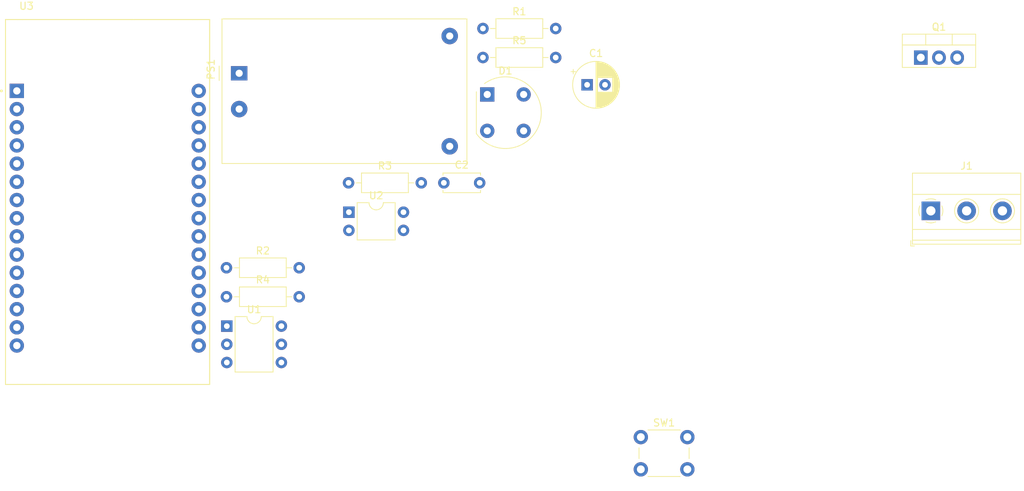
<source format=kicad_pcb>
(kicad_pcb (version 20171130) (host pcbnew "(5.1.10)-1")

  (general
    (thickness 1.6)
    (drawings 0)
    (tracks 0)
    (zones 0)
    (modules 15)
    (nets 42)
  )

  (page A4)
  (layers
    (0 F.Cu signal)
    (31 B.Cu signal)
    (32 B.Adhes user)
    (33 F.Adhes user)
    (34 B.Paste user)
    (35 F.Paste user)
    (36 B.SilkS user)
    (37 F.SilkS user)
    (38 B.Mask user)
    (39 F.Mask user)
    (40 Dwgs.User user)
    (41 Cmts.User user)
    (42 Eco1.User user)
    (43 Eco2.User user)
    (44 Edge.Cuts user)
    (45 Margin user)
    (46 B.CrtYd user)
    (47 F.CrtYd user)
    (48 B.Fab user)
    (49 F.Fab user)
  )

  (setup
    (last_trace_width 0.25)
    (trace_clearance 0.2)
    (zone_clearance 0.508)
    (zone_45_only no)
    (trace_min 0.2)
    (via_size 0.8)
    (via_drill 0.4)
    (via_min_size 0.4)
    (via_min_drill 0.3)
    (uvia_size 0.3)
    (uvia_drill 0.1)
    (uvias_allowed no)
    (uvia_min_size 0.2)
    (uvia_min_drill 0.1)
    (edge_width 0.05)
    (segment_width 0.2)
    (pcb_text_width 0.3)
    (pcb_text_size 1.5 1.5)
    (mod_edge_width 0.12)
    (mod_text_size 1 1)
    (mod_text_width 0.15)
    (pad_size 1.524 1.524)
    (pad_drill 0.762)
    (pad_to_mask_clearance 0)
    (aux_axis_origin 0 0)
    (visible_elements FFFFFF7F)
    (pcbplotparams
      (layerselection 0x010fc_ffffffff)
      (usegerberextensions false)
      (usegerberattributes true)
      (usegerberadvancedattributes true)
      (creategerberjobfile true)
      (excludeedgelayer true)
      (linewidth 0.100000)
      (plotframeref false)
      (viasonmask false)
      (mode 1)
      (useauxorigin false)
      (hpglpennumber 1)
      (hpglpenspeed 20)
      (hpglpendiameter 15.000000)
      (psnegative false)
      (psa4output false)
      (plotreference true)
      (plotvalue true)
      (plotinvisibletext false)
      (padsonsilk false)
      (subtractmaskfromsilk false)
      (outputformat 1)
      (mirror false)
      (drillshape 1)
      (scaleselection 1)
      (outputdirectory ""))
  )

  (net 0 "")
  (net 1 GND)
  (net 2 +5V)
  (net 3 "Net-(D1-Pad1)")
  (net 4 "Net-(D1-Pad3)")
  (net 5 "Net-(D1-Pad2)")
  (net 6 "Net-(D1-Pad4)")
  (net 7 "Net-(J1-Pad3)")
  (net 8 "Net-(J1-Pad1)")
  (net 9 "Net-(Q1-Pad3)")
  (net 10 "Net-(R1-Pad2)")
  (net 11 "Net-(R3-Pad2)")
  (net 12 Drive)
  (net 13 "Net-(R4-Pad1)")
  (net 14 ZVD)
  (net 15 +3V3)
  (net 16 "Net-(SW1-Pad1)")
  (net 17 "Net-(U1-Pad3)")
  (net 18 "Net-(U1-Pad5)")
  (net 19 "Net-(U3-Pad16)")
  (net 20 "Net-(U3-Pad17)")
  (net 21 "Net-(U3-Pad18)")
  (net 22 "Net-(U3-Pad19)")
  (net 23 "Net-(U3-Pad20)")
  (net 24 "Net-(U3-Pad21)")
  (net 25 "Net-(U3-Pad22)")
  (net 26 "Net-(U3-Pad23)")
  (net 27 "Net-(U3-Pad24)")
  (net 28 "Net-(U3-Pad25)")
  (net 29 "Net-(U3-Pad26)")
  (net 30 "Net-(U3-Pad27)")
  (net 31 "Net-(U3-Pad28)")
  (net 32 "Net-(U3-Pad15)")
  (net 33 "Net-(U3-Pad14)")
  (net 34 "Net-(U3-Pad13)")
  (net 35 "Net-(U3-Pad12)")
  (net 36 "Net-(U3-Pad11)")
  (net 37 "Net-(U3-Pad10)")
  (net 38 "Net-(U3-Pad8)")
  (net 39 "Net-(U3-Pad5)")
  (net 40 "Net-(U3-Pad4)")
  (net 41 "Net-(U3-Pad3)")

  (net_class Default "This is the default net class."
    (clearance 0.2)
    (trace_width 0.25)
    (via_dia 0.8)
    (via_drill 0.4)
    (uvia_dia 0.3)
    (uvia_drill 0.1)
    (add_net +3V3)
    (add_net +5V)
    (add_net Drive)
    (add_net GND)
    (add_net "Net-(D1-Pad1)")
    (add_net "Net-(D1-Pad2)")
    (add_net "Net-(D1-Pad3)")
    (add_net "Net-(D1-Pad4)")
    (add_net "Net-(J1-Pad1)")
    (add_net "Net-(J1-Pad3)")
    (add_net "Net-(Q1-Pad3)")
    (add_net "Net-(R1-Pad2)")
    (add_net "Net-(R3-Pad2)")
    (add_net "Net-(R4-Pad1)")
    (add_net "Net-(SW1-Pad1)")
    (add_net "Net-(U1-Pad3)")
    (add_net "Net-(U1-Pad5)")
    (add_net "Net-(U3-Pad10)")
    (add_net "Net-(U3-Pad11)")
    (add_net "Net-(U3-Pad12)")
    (add_net "Net-(U3-Pad13)")
    (add_net "Net-(U3-Pad14)")
    (add_net "Net-(U3-Pad15)")
    (add_net "Net-(U3-Pad16)")
    (add_net "Net-(U3-Pad17)")
    (add_net "Net-(U3-Pad18)")
    (add_net "Net-(U3-Pad19)")
    (add_net "Net-(U3-Pad20)")
    (add_net "Net-(U3-Pad21)")
    (add_net "Net-(U3-Pad22)")
    (add_net "Net-(U3-Pad23)")
    (add_net "Net-(U3-Pad24)")
    (add_net "Net-(U3-Pad25)")
    (add_net "Net-(U3-Pad26)")
    (add_net "Net-(U3-Pad27)")
    (add_net "Net-(U3-Pad28)")
    (add_net "Net-(U3-Pad3)")
    (add_net "Net-(U3-Pad4)")
    (add_net "Net-(U3-Pad5)")
    (add_net "Net-(U3-Pad8)")
    (add_net ZVD)
  )

  (module MODULE_ESP32_DEVKIT_V1:MODULE_ESP32_DEVKIT_V1 (layer F.Cu) (tedit 62A4B656) (tstamp 637D6C9E)
    (at 121.859759 82.965)
    (path /637CF455)
    (fp_text reference U3 (at -11.355 -27.36) (layer F.SilkS)
      (effects (font (size 1 1) (thickness 0.15)))
    )
    (fp_text value ESP32-DEVKIT-V1 (at -0.56 27.36) (layer F.Fab)
      (effects (font (size 1 1) (thickness 0.15)))
    )
    (fp_line (start -14.28 -25.475) (end -3.211 -25.475) (layer F.Fab) (width 0.127))
    (fp_line (start -3.211 -25.475) (end 3.5 -25.475) (layer F.Fab) (width 0.127))
    (fp_line (start 3.5 -25.475) (end 14.23 -25.475) (layer F.Fab) (width 0.127))
    (fp_line (start 14.23 -25.475) (end 14.23 25.475) (layer F.SilkS) (width 0.127))
    (fp_line (start 14.23 25.475) (end -14.28 25.475) (layer F.SilkS) (width 0.127))
    (fp_line (start -14.28 25.475) (end -14.28 -25.475) (layer F.Fab) (width 0.127))
    (fp_line (start -14.28 -25.475) (end 14.23 -25.475) (layer F.SilkS) (width 0.127))
    (fp_line (start -14.28 25.475) (end -14.28 -25.475) (layer F.SilkS) (width 0.127))
    (fp_circle (center -14.85 -15.515) (end -14.75 -15.515) (layer F.SilkS) (width 0.2))
    (fp_circle (center -14.85 -15.515) (end -14.75 -15.515) (layer F.Fab) (width 0.2))
    (fp_line (start 14.23 -25.475) (end 14.23 25.475) (layer F.Fab) (width 0.127))
    (fp_line (start -14.28 25.475) (end -8.91 25.475) (layer F.Fab) (width 0.127))
    (fp_line (start -8.91 25.475) (end 8.78 25.475) (layer F.Fab) (width 0.127))
    (fp_line (start 8.78 25.475) (end 14.23 25.475) (layer F.Fab) (width 0.127))
    (fp_line (start -8.91 25.475) (end -8.91 18.985) (layer F.Fab) (width 0.127))
    (fp_line (start -8.91 18.985) (end -8.91 6.355) (layer F.Fab) (width 0.127))
    (fp_line (start -8.91 6.355) (end 8.78 6.355) (layer F.Fab) (width 0.127))
    (fp_line (start 8.78 6.355) (end 8.78 18.985) (layer F.Fab) (width 0.127))
    (fp_line (start 8.78 18.985) (end 8.78 25.475) (layer F.Fab) (width 0.127))
    (fp_line (start -8.91 18.985) (end 8.78 18.985) (layer F.Fab) (width 0.127))
    (fp_line (start 3.5 -25.475) (end 3.5 -21.585) (layer F.Fab) (width 0.127))
    (fp_line (start 3.5 -21.585) (end -3.211 -21.585) (layer F.Fab) (width 0.127))
    (fp_line (start -3.211 -21.585) (end -3.211 -25.475) (layer F.Fab) (width 0.127))
    (fp_poly (pts (xy -8.91 18.985) (xy 8.78 18.985) (xy 8.78 25.475) (xy -8.91 25.475)) (layer Dwgs.User) (width 0.01))
    (fp_poly (pts (xy -8.91 18.985) (xy 8.78 18.985) (xy 8.78 25.475) (xy -8.91 25.475)) (layer Dwgs.User) (width 0.01))
    (fp_poly (pts (xy -8.91 18.985) (xy 8.78 18.985) (xy 8.78 25.475) (xy -8.91 25.475)) (layer Dwgs.User) (width 0.01))
    (fp_line (start -14.28 -25.475) (end -3.211 -25.475) (layer F.SilkS) (width 0.127))
    (fp_line (start -3.211 -25.475) (end 3.5 -25.475) (layer F.SilkS) (width 0.127))
    (fp_line (start 3.5 -25.475) (end 14.23 -25.475) (layer F.SilkS) (width 0.127))
    (fp_line (start -14.28 25.475) (end -14.28 -25.475) (layer F.SilkS) (width 0.127))
    (fp_line (start 14.23 -25.475) (end 14.23 25.475) (layer F.SilkS) (width 0.127))
    (fp_line (start -14.28 25.475) (end -8.91 25.475) (layer F.SilkS) (width 0.127))
    (fp_line (start -8.91 25.475) (end 8.78 25.475) (layer F.SilkS) (width 0.127))
    (fp_line (start 8.78 25.475) (end 14.23 25.475) (layer F.SilkS) (width 0.127))
    (fp_line (start -14.53 -25.725) (end -14.53 25.725) (layer F.CrtYd) (width 0.05))
    (fp_line (start -14.53 25.725) (end 14.48 25.725) (layer F.CrtYd) (width 0.05))
    (fp_line (start 14.48 25.725) (end 14.48 -25.725) (layer F.CrtYd) (width 0.05))
    (fp_line (start 14.48 -25.725) (end -14.53 -25.725) (layer F.CrtYd) (width 0.05))
    (pad None np_thru_hole circle (at -12.28 -23.475) (size 3 3) (drill 3) (layers *.Cu *.Mask))
    (pad None np_thru_hole circle (at 12.23 -23.475) (size 3 3) (drill 3) (layers *.Cu *.Mask))
    (pad None np_thru_hole circle (at 12.23 23.475) (size 3 3) (drill 3) (layers *.Cu *.Mask))
    (pad None np_thru_hole circle (at -12.28 23.475) (size 3 3) (drill 3) (layers *.Cu *.Mask))
    (pad 16 thru_hole circle (at 12.7 20.045) (size 2 2) (drill 1.02) (layers *.Cu *.Mask)
      (net 19 "Net-(U3-Pad16)"))
    (pad 17 thru_hole circle (at 12.7 17.505) (size 2 2) (drill 1.02) (layers *.Cu *.Mask)
      (net 20 "Net-(U3-Pad17)"))
    (pad 18 thru_hole circle (at 12.7 14.965) (size 2 2) (drill 1.02) (layers *.Cu *.Mask)
      (net 21 "Net-(U3-Pad18)"))
    (pad 19 thru_hole circle (at 12.7 12.425) (size 2 2) (drill 1.02) (layers *.Cu *.Mask)
      (net 22 "Net-(U3-Pad19)"))
    (pad 20 thru_hole circle (at 12.7 9.885) (size 2 2) (drill 1.02) (layers *.Cu *.Mask)
      (net 23 "Net-(U3-Pad20)"))
    (pad 21 thru_hole circle (at 12.7 7.345) (size 2 2) (drill 1.02) (layers *.Cu *.Mask)
      (net 24 "Net-(U3-Pad21)"))
    (pad 22 thru_hole circle (at 12.7 4.805) (size 2 2) (drill 1.02) (layers *.Cu *.Mask)
      (net 25 "Net-(U3-Pad22)"))
    (pad 23 thru_hole circle (at 12.7 2.265) (size 2 2) (drill 1.02) (layers *.Cu *.Mask)
      (net 26 "Net-(U3-Pad23)"))
    (pad 24 thru_hole circle (at 12.7 -0.275) (size 2 2) (drill 1.02) (layers *.Cu *.Mask)
      (net 27 "Net-(U3-Pad24)"))
    (pad 25 thru_hole circle (at 12.7 -2.815) (size 2 2) (drill 1.02) (layers *.Cu *.Mask)
      (net 28 "Net-(U3-Pad25)"))
    (pad 26 thru_hole circle (at 12.7 -5.355) (size 2 2) (drill 1.02) (layers *.Cu *.Mask)
      (net 29 "Net-(U3-Pad26)"))
    (pad 27 thru_hole circle (at 12.7 -7.895) (size 2 2) (drill 1.02) (layers *.Cu *.Mask)
      (net 30 "Net-(U3-Pad27)"))
    (pad 28 thru_hole circle (at 12.7 -10.435) (size 2 2) (drill 1.02) (layers *.Cu *.Mask)
      (net 31 "Net-(U3-Pad28)"))
    (pad 29 thru_hole circle (at 12.7 -12.975) (size 2 2) (drill 1.02) (layers *.Cu *.Mask)
      (net 1 GND))
    (pad 30 thru_hole circle (at 12.7 -15.515) (size 2 2) (drill 1.02) (layers *.Cu *.Mask)
      (net 2 +5V))
    (pad 15 thru_hole circle (at -12.7 20.045) (size 2 2) (drill 1.02) (layers *.Cu *.Mask)
      (net 32 "Net-(U3-Pad15)"))
    (pad 14 thru_hole circle (at -12.7 17.505) (size 2 2) (drill 1.02) (layers *.Cu *.Mask)
      (net 33 "Net-(U3-Pad14)"))
    (pad 13 thru_hole circle (at -12.7 14.965) (size 2 2) (drill 1.02) (layers *.Cu *.Mask)
      (net 34 "Net-(U3-Pad13)"))
    (pad 12 thru_hole circle (at -12.7 12.425) (size 2 2) (drill 1.02) (layers *.Cu *.Mask)
      (net 35 "Net-(U3-Pad12)"))
    (pad 11 thru_hole circle (at -12.7 9.885) (size 2 2) (drill 1.02) (layers *.Cu *.Mask)
      (net 36 "Net-(U3-Pad11)"))
    (pad 10 thru_hole circle (at -12.7 7.345) (size 2 2) (drill 1.02) (layers *.Cu *.Mask)
      (net 37 "Net-(U3-Pad10)"))
    (pad 9 thru_hole circle (at -12.7 4.805) (size 2 2) (drill 1.02) (layers *.Cu *.Mask)
      (net 14 ZVD))
    (pad 8 thru_hole circle (at -12.7 2.265) (size 2 2) (drill 1.02) (layers *.Cu *.Mask)
      (net 38 "Net-(U3-Pad8)"))
    (pad 7 thru_hole circle (at -12.7 -0.275) (size 2 2) (drill 1.02) (layers *.Cu *.Mask)
      (net 16 "Net-(SW1-Pad1)"))
    (pad 6 thru_hole circle (at -12.7 -2.815) (size 2 2) (drill 1.02) (layers *.Cu *.Mask)
      (net 12 Drive))
    (pad 5 thru_hole circle (at -12.7 -5.355) (size 2 2) (drill 1.02) (layers *.Cu *.Mask)
      (net 39 "Net-(U3-Pad5)"))
    (pad 4 thru_hole circle (at -12.7 -7.895) (size 2 2) (drill 1.02) (layers *.Cu *.Mask)
      (net 40 "Net-(U3-Pad4)"))
    (pad 3 thru_hole circle (at -12.7 -10.435) (size 2 2) (drill 1.02) (layers *.Cu *.Mask)
      (net 41 "Net-(U3-Pad3)"))
    (pad 2 thru_hole circle (at -12.7 -12.975) (size 2 2) (drill 1.02) (layers *.Cu *.Mask)
      (net 1 GND))
    (pad 1 thru_hole rect (at -12.7 -15.515) (size 2 2) (drill 1.02) (layers *.Cu *.Mask)
      (net 15 +3V3))
  )

  (module Package_DIP:DIP-4_W7.62mm (layer F.Cu) (tedit 5A02E8C5) (tstamp 637D6C52)
    (at 155.534759 84.39)
    (descr "4-lead though-hole mounted DIP package, row spacing 7.62 mm (300 mils)")
    (tags "THT DIP DIL PDIP 2.54mm 7.62mm 300mil")
    (path /637F00E9)
    (fp_text reference U2 (at 3.81 -2.33) (layer F.SilkS)
      (effects (font (size 1 1) (thickness 0.15)))
    )
    (fp_text value PC817 (at 3.81 4.87) (layer F.Fab)
      (effects (font (size 1 1) (thickness 0.15)))
    )
    (fp_text user %R (at 3.81 1.27) (layer F.Fab)
      (effects (font (size 1 1) (thickness 0.15)))
    )
    (fp_arc (start 3.81 -1.33) (end 2.81 -1.33) (angle -180) (layer F.SilkS) (width 0.12))
    (fp_line (start 1.635 -1.27) (end 6.985 -1.27) (layer F.Fab) (width 0.1))
    (fp_line (start 6.985 -1.27) (end 6.985 3.81) (layer F.Fab) (width 0.1))
    (fp_line (start 6.985 3.81) (end 0.635 3.81) (layer F.Fab) (width 0.1))
    (fp_line (start 0.635 3.81) (end 0.635 -0.27) (layer F.Fab) (width 0.1))
    (fp_line (start 0.635 -0.27) (end 1.635 -1.27) (layer F.Fab) (width 0.1))
    (fp_line (start 2.81 -1.33) (end 1.16 -1.33) (layer F.SilkS) (width 0.12))
    (fp_line (start 1.16 -1.33) (end 1.16 3.87) (layer F.SilkS) (width 0.12))
    (fp_line (start 1.16 3.87) (end 6.46 3.87) (layer F.SilkS) (width 0.12))
    (fp_line (start 6.46 3.87) (end 6.46 -1.33) (layer F.SilkS) (width 0.12))
    (fp_line (start 6.46 -1.33) (end 4.81 -1.33) (layer F.SilkS) (width 0.12))
    (fp_line (start -1.1 -1.55) (end -1.1 4.1) (layer F.CrtYd) (width 0.05))
    (fp_line (start -1.1 4.1) (end 8.7 4.1) (layer F.CrtYd) (width 0.05))
    (fp_line (start 8.7 4.1) (end 8.7 -1.55) (layer F.CrtYd) (width 0.05))
    (fp_line (start 8.7 -1.55) (end -1.1 -1.55) (layer F.CrtYd) (width 0.05))
    (pad 4 thru_hole oval (at 7.62 0) (size 1.6 1.6) (drill 0.8) (layers *.Cu *.Mask)
      (net 14 ZVD))
    (pad 2 thru_hole oval (at 0 2.54) (size 1.6 1.6) (drill 0.8) (layers *.Cu *.Mask)
      (net 4 "Net-(D1-Pad3)"))
    (pad 3 thru_hole oval (at 7.62 2.54) (size 1.6 1.6) (drill 0.8) (layers *.Cu *.Mask)
      (net 1 GND))
    (pad 1 thru_hole rect (at 0 0) (size 1.6 1.6) (drill 0.8) (layers *.Cu *.Mask)
      (net 3 "Net-(D1-Pad1)"))
    (model ${KISYS3DMOD}/Package_DIP.3dshapes/DIP-4_W7.62mm.wrl
      (at (xyz 0 0 0))
      (scale (xyz 1 1 1))
      (rotate (xyz 0 0 0))
    )
  )

  (module Package_DIP:DIP-6_W7.62mm (layer F.Cu) (tedit 5A02E8C5) (tstamp 637D6C3A)
    (at 138.484759 100.3)
    (descr "6-lead though-hole mounted DIP package, row spacing 7.62 mm (300 mils)")
    (tags "THT DIP DIL PDIP 2.54mm 7.62mm 300mil")
    (path /63814C6C)
    (fp_text reference U1 (at 3.81 -2.33) (layer F.SilkS)
      (effects (font (size 1 1) (thickness 0.15)))
    )
    (fp_text value MOC3021M (at 3.81 7.41) (layer F.Fab)
      (effects (font (size 1 1) (thickness 0.15)))
    )
    (fp_text user %R (at 3.81 2.54) (layer F.Fab)
      (effects (font (size 1 1) (thickness 0.15)))
    )
    (fp_arc (start 3.81 -1.33) (end 2.81 -1.33) (angle -180) (layer F.SilkS) (width 0.12))
    (fp_line (start 1.635 -1.27) (end 6.985 -1.27) (layer F.Fab) (width 0.1))
    (fp_line (start 6.985 -1.27) (end 6.985 6.35) (layer F.Fab) (width 0.1))
    (fp_line (start 6.985 6.35) (end 0.635 6.35) (layer F.Fab) (width 0.1))
    (fp_line (start 0.635 6.35) (end 0.635 -0.27) (layer F.Fab) (width 0.1))
    (fp_line (start 0.635 -0.27) (end 1.635 -1.27) (layer F.Fab) (width 0.1))
    (fp_line (start 2.81 -1.33) (end 1.16 -1.33) (layer F.SilkS) (width 0.12))
    (fp_line (start 1.16 -1.33) (end 1.16 6.41) (layer F.SilkS) (width 0.12))
    (fp_line (start 1.16 6.41) (end 6.46 6.41) (layer F.SilkS) (width 0.12))
    (fp_line (start 6.46 6.41) (end 6.46 -1.33) (layer F.SilkS) (width 0.12))
    (fp_line (start 6.46 -1.33) (end 4.81 -1.33) (layer F.SilkS) (width 0.12))
    (fp_line (start -1.1 -1.55) (end -1.1 6.6) (layer F.CrtYd) (width 0.05))
    (fp_line (start -1.1 6.6) (end 8.7 6.6) (layer F.CrtYd) (width 0.05))
    (fp_line (start 8.7 6.6) (end 8.7 -1.55) (layer F.CrtYd) (width 0.05))
    (fp_line (start 8.7 -1.55) (end -1.1 -1.55) (layer F.CrtYd) (width 0.05))
    (pad 6 thru_hole oval (at 7.62 0) (size 1.6 1.6) (drill 0.8) (layers *.Cu *.Mask)
      (net 11 "Net-(R3-Pad2)"))
    (pad 3 thru_hole oval (at 0 5.08) (size 1.6 1.6) (drill 0.8) (layers *.Cu *.Mask)
      (net 17 "Net-(U1-Pad3)"))
    (pad 5 thru_hole oval (at 7.62 2.54) (size 1.6 1.6) (drill 0.8) (layers *.Cu *.Mask)
      (net 18 "Net-(U1-Pad5)"))
    (pad 2 thru_hole oval (at 0 2.54) (size 1.6 1.6) (drill 0.8) (layers *.Cu *.Mask)
      (net 1 GND))
    (pad 4 thru_hole oval (at 7.62 5.08) (size 1.6 1.6) (drill 0.8) (layers *.Cu *.Mask)
      (net 6 "Net-(D1-Pad4)"))
    (pad 1 thru_hole rect (at 0 0) (size 1.6 1.6) (drill 0.8) (layers *.Cu *.Mask)
      (net 13 "Net-(R4-Pad1)"))
    (model ${KISYS3DMOD}/Package_DIP.3dshapes/DIP-6_W7.62mm.wrl
      (at (xyz 0 0 0))
      (scale (xyz 1 1 1))
      (rotate (xyz 0 0 0))
    )
  )

  (module Button_Switch_THT:SW_PUSH_6mm (layer F.Cu) (tedit 5A02FE31) (tstamp 637D6C20)
    (at 196.3 115.8)
    (descr https://www.omron.com/ecb/products/pdf/en-b3f.pdf)
    (tags "tact sw push 6mm")
    (path /637E44A7)
    (fp_text reference SW1 (at 3.25 -2) (layer F.SilkS)
      (effects (font (size 1 1) (thickness 0.15)))
    )
    (fp_text value "Control Switch" (at 3.75 6.7) (layer F.Fab)
      (effects (font (size 1 1) (thickness 0.15)))
    )
    (fp_text user %R (at 3.25 2.25) (layer F.Fab)
      (effects (font (size 1 1) (thickness 0.15)))
    )
    (fp_line (start 3.25 -0.75) (end 6.25 -0.75) (layer F.Fab) (width 0.1))
    (fp_line (start 6.25 -0.75) (end 6.25 5.25) (layer F.Fab) (width 0.1))
    (fp_line (start 6.25 5.25) (end 0.25 5.25) (layer F.Fab) (width 0.1))
    (fp_line (start 0.25 5.25) (end 0.25 -0.75) (layer F.Fab) (width 0.1))
    (fp_line (start 0.25 -0.75) (end 3.25 -0.75) (layer F.Fab) (width 0.1))
    (fp_line (start 7.75 6) (end 8 6) (layer F.CrtYd) (width 0.05))
    (fp_line (start 8 6) (end 8 5.75) (layer F.CrtYd) (width 0.05))
    (fp_line (start 7.75 -1.5) (end 8 -1.5) (layer F.CrtYd) (width 0.05))
    (fp_line (start 8 -1.5) (end 8 -1.25) (layer F.CrtYd) (width 0.05))
    (fp_line (start -1.5 -1.25) (end -1.5 -1.5) (layer F.CrtYd) (width 0.05))
    (fp_line (start -1.5 -1.5) (end -1.25 -1.5) (layer F.CrtYd) (width 0.05))
    (fp_line (start -1.5 5.75) (end -1.5 6) (layer F.CrtYd) (width 0.05))
    (fp_line (start -1.5 6) (end -1.25 6) (layer F.CrtYd) (width 0.05))
    (fp_line (start -1.25 -1.5) (end 7.75 -1.5) (layer F.CrtYd) (width 0.05))
    (fp_line (start -1.5 5.75) (end -1.5 -1.25) (layer F.CrtYd) (width 0.05))
    (fp_line (start 7.75 6) (end -1.25 6) (layer F.CrtYd) (width 0.05))
    (fp_line (start 8 -1.25) (end 8 5.75) (layer F.CrtYd) (width 0.05))
    (fp_line (start 1 5.5) (end 5.5 5.5) (layer F.SilkS) (width 0.12))
    (fp_line (start -0.25 1.5) (end -0.25 3) (layer F.SilkS) (width 0.12))
    (fp_line (start 5.5 -1) (end 1 -1) (layer F.SilkS) (width 0.12))
    (fp_line (start 6.75 3) (end 6.75 1.5) (layer F.SilkS) (width 0.12))
    (fp_circle (center 3.25 2.25) (end 1.25 2.5) (layer F.Fab) (width 0.1))
    (pad 1 thru_hole circle (at 6.5 0 90) (size 2 2) (drill 1.1) (layers *.Cu *.Mask)
      (net 16 "Net-(SW1-Pad1)"))
    (pad 2 thru_hole circle (at 6.5 4.5 90) (size 2 2) (drill 1.1) (layers *.Cu *.Mask)
      (net 1 GND))
    (pad 1 thru_hole circle (at 0 0 90) (size 2 2) (drill 1.1) (layers *.Cu *.Mask)
      (net 16 "Net-(SW1-Pad1)"))
    (pad 2 thru_hole circle (at 0 4.5 90) (size 2 2) (drill 1.1) (layers *.Cu *.Mask)
      (net 1 GND))
    (model ${KISYS3DMOD}/Button_Switch_THT.3dshapes/SW_PUSH_6mm.wrl
      (at (xyz 0 0 0))
      (scale (xyz 1 1 1))
      (rotate (xyz 0 0 0))
    )
  )

  (module Resistor_THT:R_Axial_DIN0207_L6.3mm_D2.5mm_P10.16mm_Horizontal (layer F.Cu) (tedit 5AE5139B) (tstamp 637D6C01)
    (at 174.254759 62.79)
    (descr "Resistor, Axial_DIN0207 series, Axial, Horizontal, pin pitch=10.16mm, 0.25W = 1/4W, length*diameter=6.3*2.5mm^2, http://cdn-reichelt.de/documents/datenblatt/B400/1_4W%23YAG.pdf")
    (tags "Resistor Axial_DIN0207 series Axial Horizontal pin pitch 10.16mm 0.25W = 1/4W length 6.3mm diameter 2.5mm")
    (path /637EA649)
    (fp_text reference R5 (at 5.08 -2.37) (layer F.SilkS)
      (effects (font (size 1 1) (thickness 0.15)))
    )
    (fp_text value 10k (at 5.08 2.37) (layer F.Fab)
      (effects (font (size 1 1) (thickness 0.15)))
    )
    (fp_text user %R (at 5.08 0) (layer F.Fab)
      (effects (font (size 1 1) (thickness 0.15)))
    )
    (fp_line (start 1.93 -1.25) (end 1.93 1.25) (layer F.Fab) (width 0.1))
    (fp_line (start 1.93 1.25) (end 8.23 1.25) (layer F.Fab) (width 0.1))
    (fp_line (start 8.23 1.25) (end 8.23 -1.25) (layer F.Fab) (width 0.1))
    (fp_line (start 8.23 -1.25) (end 1.93 -1.25) (layer F.Fab) (width 0.1))
    (fp_line (start 0 0) (end 1.93 0) (layer F.Fab) (width 0.1))
    (fp_line (start 10.16 0) (end 8.23 0) (layer F.Fab) (width 0.1))
    (fp_line (start 1.81 -1.37) (end 1.81 1.37) (layer F.SilkS) (width 0.12))
    (fp_line (start 1.81 1.37) (end 8.35 1.37) (layer F.SilkS) (width 0.12))
    (fp_line (start 8.35 1.37) (end 8.35 -1.37) (layer F.SilkS) (width 0.12))
    (fp_line (start 8.35 -1.37) (end 1.81 -1.37) (layer F.SilkS) (width 0.12))
    (fp_line (start 1.04 0) (end 1.81 0) (layer F.SilkS) (width 0.12))
    (fp_line (start 9.12 0) (end 8.35 0) (layer F.SilkS) (width 0.12))
    (fp_line (start -1.05 -1.5) (end -1.05 1.5) (layer F.CrtYd) (width 0.05))
    (fp_line (start -1.05 1.5) (end 11.21 1.5) (layer F.CrtYd) (width 0.05))
    (fp_line (start 11.21 1.5) (end 11.21 -1.5) (layer F.CrtYd) (width 0.05))
    (fp_line (start 11.21 -1.5) (end -1.05 -1.5) (layer F.CrtYd) (width 0.05))
    (pad 2 thru_hole oval (at 10.16 0) (size 1.6 1.6) (drill 0.8) (layers *.Cu *.Mask)
      (net 14 ZVD))
    (pad 1 thru_hole circle (at 0 0) (size 1.6 1.6) (drill 0.8) (layers *.Cu *.Mask)
      (net 15 +3V3))
    (model ${KISYS3DMOD}/Resistor_THT.3dshapes/R_Axial_DIN0207_L6.3mm_D2.5mm_P10.16mm_Horizontal.wrl
      (at (xyz 0 0 0))
      (scale (xyz 1 1 1))
      (rotate (xyz 0 0 0))
    )
  )

  (module Resistor_THT:R_Axial_DIN0207_L6.3mm_D2.5mm_P10.16mm_Horizontal (layer F.Cu) (tedit 5AE5139B) (tstamp 637D6BEA)
    (at 138.434759 96.2)
    (descr "Resistor, Axial_DIN0207 series, Axial, Horizontal, pin pitch=10.16mm, 0.25W = 1/4W, length*diameter=6.3*2.5mm^2, http://cdn-reichelt.de/documents/datenblatt/B400/1_4W%23YAG.pdf")
    (tags "Resistor Axial_DIN0207 series Axial Horizontal pin pitch 10.16mm 0.25W = 1/4W length 6.3mm diameter 2.5mm")
    (path /637E9A77)
    (fp_text reference R4 (at 5.08 -2.37) (layer F.SilkS)
      (effects (font (size 1 1) (thickness 0.15)))
    )
    (fp_text value 1k (at 5.08 2.37) (layer F.Fab)
      (effects (font (size 1 1) (thickness 0.15)))
    )
    (fp_text user %R (at 5.08 0) (layer F.Fab)
      (effects (font (size 1 1) (thickness 0.15)))
    )
    (fp_line (start 1.93 -1.25) (end 1.93 1.25) (layer F.Fab) (width 0.1))
    (fp_line (start 1.93 1.25) (end 8.23 1.25) (layer F.Fab) (width 0.1))
    (fp_line (start 8.23 1.25) (end 8.23 -1.25) (layer F.Fab) (width 0.1))
    (fp_line (start 8.23 -1.25) (end 1.93 -1.25) (layer F.Fab) (width 0.1))
    (fp_line (start 0 0) (end 1.93 0) (layer F.Fab) (width 0.1))
    (fp_line (start 10.16 0) (end 8.23 0) (layer F.Fab) (width 0.1))
    (fp_line (start 1.81 -1.37) (end 1.81 1.37) (layer F.SilkS) (width 0.12))
    (fp_line (start 1.81 1.37) (end 8.35 1.37) (layer F.SilkS) (width 0.12))
    (fp_line (start 8.35 1.37) (end 8.35 -1.37) (layer F.SilkS) (width 0.12))
    (fp_line (start 8.35 -1.37) (end 1.81 -1.37) (layer F.SilkS) (width 0.12))
    (fp_line (start 1.04 0) (end 1.81 0) (layer F.SilkS) (width 0.12))
    (fp_line (start 9.12 0) (end 8.35 0) (layer F.SilkS) (width 0.12))
    (fp_line (start -1.05 -1.5) (end -1.05 1.5) (layer F.CrtYd) (width 0.05))
    (fp_line (start -1.05 1.5) (end 11.21 1.5) (layer F.CrtYd) (width 0.05))
    (fp_line (start 11.21 1.5) (end 11.21 -1.5) (layer F.CrtYd) (width 0.05))
    (fp_line (start 11.21 -1.5) (end -1.05 -1.5) (layer F.CrtYd) (width 0.05))
    (pad 2 thru_hole oval (at 10.16 0) (size 1.6 1.6) (drill 0.8) (layers *.Cu *.Mask)
      (net 12 Drive))
    (pad 1 thru_hole circle (at 0 0) (size 1.6 1.6) (drill 0.8) (layers *.Cu *.Mask)
      (net 13 "Net-(R4-Pad1)"))
    (model ${KISYS3DMOD}/Resistor_THT.3dshapes/R_Axial_DIN0207_L6.3mm_D2.5mm_P10.16mm_Horizontal.wrl
      (at (xyz 0 0 0))
      (scale (xyz 1 1 1))
      (rotate (xyz 0 0 0))
    )
  )

  (module Resistor_THT:R_Axial_DIN0207_L6.3mm_D2.5mm_P10.16mm_Horizontal (layer F.Cu) (tedit 5AE5139B) (tstamp 637D6BD3)
    (at 155.484759 80.29)
    (descr "Resistor, Axial_DIN0207 series, Axial, Horizontal, pin pitch=10.16mm, 0.25W = 1/4W, length*diameter=6.3*2.5mm^2, http://cdn-reichelt.de/documents/datenblatt/B400/1_4W%23YAG.pdf")
    (tags "Resistor Axial_DIN0207 series Axial Horizontal pin pitch 10.16mm 0.25W = 1/4W length 6.3mm diameter 2.5mm")
    (path /637E6D3A)
    (fp_text reference R3 (at 5.08 -2.37) (layer F.SilkS)
      (effects (font (size 1 1) (thickness 0.15)))
    )
    (fp_text value 470 (at 5.08 2.37) (layer F.Fab)
      (effects (font (size 1 1) (thickness 0.15)))
    )
    (fp_text user %R (at 5.08 0) (layer F.Fab)
      (effects (font (size 1 1) (thickness 0.15)))
    )
    (fp_line (start 1.93 -1.25) (end 1.93 1.25) (layer F.Fab) (width 0.1))
    (fp_line (start 1.93 1.25) (end 8.23 1.25) (layer F.Fab) (width 0.1))
    (fp_line (start 8.23 1.25) (end 8.23 -1.25) (layer F.Fab) (width 0.1))
    (fp_line (start 8.23 -1.25) (end 1.93 -1.25) (layer F.Fab) (width 0.1))
    (fp_line (start 0 0) (end 1.93 0) (layer F.Fab) (width 0.1))
    (fp_line (start 10.16 0) (end 8.23 0) (layer F.Fab) (width 0.1))
    (fp_line (start 1.81 -1.37) (end 1.81 1.37) (layer F.SilkS) (width 0.12))
    (fp_line (start 1.81 1.37) (end 8.35 1.37) (layer F.SilkS) (width 0.12))
    (fp_line (start 8.35 1.37) (end 8.35 -1.37) (layer F.SilkS) (width 0.12))
    (fp_line (start 8.35 -1.37) (end 1.81 -1.37) (layer F.SilkS) (width 0.12))
    (fp_line (start 1.04 0) (end 1.81 0) (layer F.SilkS) (width 0.12))
    (fp_line (start 9.12 0) (end 8.35 0) (layer F.SilkS) (width 0.12))
    (fp_line (start -1.05 -1.5) (end -1.05 1.5) (layer F.CrtYd) (width 0.05))
    (fp_line (start -1.05 1.5) (end 11.21 1.5) (layer F.CrtYd) (width 0.05))
    (fp_line (start 11.21 1.5) (end 11.21 -1.5) (layer F.CrtYd) (width 0.05))
    (fp_line (start 11.21 -1.5) (end -1.05 -1.5) (layer F.CrtYd) (width 0.05))
    (pad 2 thru_hole oval (at 10.16 0) (size 1.6 1.6) (drill 0.8) (layers *.Cu *.Mask)
      (net 11 "Net-(R3-Pad2)"))
    (pad 1 thru_hole circle (at 0 0) (size 1.6 1.6) (drill 0.8) (layers *.Cu *.Mask)
      (net 9 "Net-(Q1-Pad3)"))
    (model ${KISYS3DMOD}/Resistor_THT.3dshapes/R_Axial_DIN0207_L6.3mm_D2.5mm_P10.16mm_Horizontal.wrl
      (at (xyz 0 0 0))
      (scale (xyz 1 1 1))
      (rotate (xyz 0 0 0))
    )
  )

  (module Resistor_THT:R_Axial_DIN0207_L6.3mm_D2.5mm_P10.16mm_Horizontal (layer F.Cu) (tedit 5AE5139B) (tstamp 637D6BBC)
    (at 138.434759 92.15)
    (descr "Resistor, Axial_DIN0207 series, Axial, Horizontal, pin pitch=10.16mm, 0.25W = 1/4W, length*diameter=6.3*2.5mm^2, http://cdn-reichelt.de/documents/datenblatt/B400/1_4W%23YAG.pdf")
    (tags "Resistor Axial_DIN0207 series Axial Horizontal pin pitch 10.16mm 0.25W = 1/4W length 6.3mm diameter 2.5mm")
    (path /637EED35)
    (fp_text reference R2 (at 5.08 -2.37) (layer F.SilkS)
      (effects (font (size 1 1) (thickness 0.15)))
    )
    (fp_text value 100k (at 5.08 2.37) (layer F.Fab)
      (effects (font (size 1 1) (thickness 0.15)))
    )
    (fp_text user %R (at 5.08 0) (layer F.Fab)
      (effects (font (size 1 1) (thickness 0.15)))
    )
    (fp_line (start 1.93 -1.25) (end 1.93 1.25) (layer F.Fab) (width 0.1))
    (fp_line (start 1.93 1.25) (end 8.23 1.25) (layer F.Fab) (width 0.1))
    (fp_line (start 8.23 1.25) (end 8.23 -1.25) (layer F.Fab) (width 0.1))
    (fp_line (start 8.23 -1.25) (end 1.93 -1.25) (layer F.Fab) (width 0.1))
    (fp_line (start 0 0) (end 1.93 0) (layer F.Fab) (width 0.1))
    (fp_line (start 10.16 0) (end 8.23 0) (layer F.Fab) (width 0.1))
    (fp_line (start 1.81 -1.37) (end 1.81 1.37) (layer F.SilkS) (width 0.12))
    (fp_line (start 1.81 1.37) (end 8.35 1.37) (layer F.SilkS) (width 0.12))
    (fp_line (start 8.35 1.37) (end 8.35 -1.37) (layer F.SilkS) (width 0.12))
    (fp_line (start 8.35 -1.37) (end 1.81 -1.37) (layer F.SilkS) (width 0.12))
    (fp_line (start 1.04 0) (end 1.81 0) (layer F.SilkS) (width 0.12))
    (fp_line (start 9.12 0) (end 8.35 0) (layer F.SilkS) (width 0.12))
    (fp_line (start -1.05 -1.5) (end -1.05 1.5) (layer F.CrtYd) (width 0.05))
    (fp_line (start -1.05 1.5) (end 11.21 1.5) (layer F.CrtYd) (width 0.05))
    (fp_line (start 11.21 1.5) (end 11.21 -1.5) (layer F.CrtYd) (width 0.05))
    (fp_line (start 11.21 -1.5) (end -1.05 -1.5) (layer F.CrtYd) (width 0.05))
    (pad 2 thru_hole oval (at 10.16 0) (size 1.6 1.6) (drill 0.8) (layers *.Cu *.Mask)
      (net 5 "Net-(D1-Pad2)"))
    (pad 1 thru_hole circle (at 0 0) (size 1.6 1.6) (drill 0.8) (layers *.Cu *.Mask)
      (net 10 "Net-(R1-Pad2)"))
    (model ${KISYS3DMOD}/Resistor_THT.3dshapes/R_Axial_DIN0207_L6.3mm_D2.5mm_P10.16mm_Horizontal.wrl
      (at (xyz 0 0 0))
      (scale (xyz 1 1 1))
      (rotate (xyz 0 0 0))
    )
  )

  (module Resistor_THT:R_Axial_DIN0207_L6.3mm_D2.5mm_P10.16mm_Horizontal (layer F.Cu) (tedit 5AE5139B) (tstamp 637D6BA5)
    (at 174.254759 58.74)
    (descr "Resistor, Axial_DIN0207 series, Axial, Horizontal, pin pitch=10.16mm, 0.25W = 1/4W, length*diameter=6.3*2.5mm^2, http://cdn-reichelt.de/documents/datenblatt/B400/1_4W%23YAG.pdf")
    (tags "Resistor Axial_DIN0207 series Axial Horizontal pin pitch 10.16mm 0.25W = 1/4W length 6.3mm diameter 2.5mm")
    (path /637EA2C4)
    (fp_text reference R1 (at 5.08 -2.37) (layer F.SilkS)
      (effects (font (size 1 1) (thickness 0.15)))
    )
    (fp_text value 100k (at 5.08 2.37) (layer F.Fab)
      (effects (font (size 1 1) (thickness 0.15)))
    )
    (fp_text user %R (at 5.08 0) (layer F.Fab)
      (effects (font (size 1 1) (thickness 0.15)))
    )
    (fp_line (start 1.93 -1.25) (end 1.93 1.25) (layer F.Fab) (width 0.1))
    (fp_line (start 1.93 1.25) (end 8.23 1.25) (layer F.Fab) (width 0.1))
    (fp_line (start 8.23 1.25) (end 8.23 -1.25) (layer F.Fab) (width 0.1))
    (fp_line (start 8.23 -1.25) (end 1.93 -1.25) (layer F.Fab) (width 0.1))
    (fp_line (start 0 0) (end 1.93 0) (layer F.Fab) (width 0.1))
    (fp_line (start 10.16 0) (end 8.23 0) (layer F.Fab) (width 0.1))
    (fp_line (start 1.81 -1.37) (end 1.81 1.37) (layer F.SilkS) (width 0.12))
    (fp_line (start 1.81 1.37) (end 8.35 1.37) (layer F.SilkS) (width 0.12))
    (fp_line (start 8.35 1.37) (end 8.35 -1.37) (layer F.SilkS) (width 0.12))
    (fp_line (start 8.35 -1.37) (end 1.81 -1.37) (layer F.SilkS) (width 0.12))
    (fp_line (start 1.04 0) (end 1.81 0) (layer F.SilkS) (width 0.12))
    (fp_line (start 9.12 0) (end 8.35 0) (layer F.SilkS) (width 0.12))
    (fp_line (start -1.05 -1.5) (end -1.05 1.5) (layer F.CrtYd) (width 0.05))
    (fp_line (start -1.05 1.5) (end 11.21 1.5) (layer F.CrtYd) (width 0.05))
    (fp_line (start 11.21 1.5) (end 11.21 -1.5) (layer F.CrtYd) (width 0.05))
    (fp_line (start 11.21 -1.5) (end -1.05 -1.5) (layer F.CrtYd) (width 0.05))
    (pad 2 thru_hole oval (at 10.16 0) (size 1.6 1.6) (drill 0.8) (layers *.Cu *.Mask)
      (net 10 "Net-(R1-Pad2)"))
    (pad 1 thru_hole circle (at 0 0) (size 1.6 1.6) (drill 0.8) (layers *.Cu *.Mask)
      (net 7 "Net-(J1-Pad3)"))
    (model ${KISYS3DMOD}/Resistor_THT.3dshapes/R_Axial_DIN0207_L6.3mm_D2.5mm_P10.16mm_Horizontal.wrl
      (at (xyz 0 0 0))
      (scale (xyz 1 1 1))
      (rotate (xyz 0 0 0))
    )
  )

  (module Package_TO_SOT_THT:TO-220-3_Vertical (layer F.Cu) (tedit 5AC8BA0D) (tstamp 637D6B8E)
    (at 235.4 62.8)
    (descr "TO-220-3, Vertical, RM 2.54mm, see https://www.vishay.com/docs/66542/to-220-1.pdf")
    (tags "TO-220-3 Vertical RM 2.54mm")
    (path /637E0A6A)
    (fp_text reference Q1 (at 2.54 -4.27) (layer F.SilkS)
      (effects (font (size 1 1) (thickness 0.15)))
    )
    (fp_text value BTA16-800BW (at 2.54 2.5) (layer F.Fab)
      (effects (font (size 1 1) (thickness 0.15)))
    )
    (fp_text user %R (at 2.54 -4.27) (layer F.Fab)
      (effects (font (size 1 1) (thickness 0.15)))
    )
    (fp_line (start -2.46 -3.15) (end -2.46 1.25) (layer F.Fab) (width 0.1))
    (fp_line (start -2.46 1.25) (end 7.54 1.25) (layer F.Fab) (width 0.1))
    (fp_line (start 7.54 1.25) (end 7.54 -3.15) (layer F.Fab) (width 0.1))
    (fp_line (start 7.54 -3.15) (end -2.46 -3.15) (layer F.Fab) (width 0.1))
    (fp_line (start -2.46 -1.88) (end 7.54 -1.88) (layer F.Fab) (width 0.1))
    (fp_line (start 0.69 -3.15) (end 0.69 -1.88) (layer F.Fab) (width 0.1))
    (fp_line (start 4.39 -3.15) (end 4.39 -1.88) (layer F.Fab) (width 0.1))
    (fp_line (start -2.58 -3.27) (end 7.66 -3.27) (layer F.SilkS) (width 0.12))
    (fp_line (start -2.58 1.371) (end 7.66 1.371) (layer F.SilkS) (width 0.12))
    (fp_line (start -2.58 -3.27) (end -2.58 1.371) (layer F.SilkS) (width 0.12))
    (fp_line (start 7.66 -3.27) (end 7.66 1.371) (layer F.SilkS) (width 0.12))
    (fp_line (start -2.58 -1.76) (end 7.66 -1.76) (layer F.SilkS) (width 0.12))
    (fp_line (start 0.69 -3.27) (end 0.69 -1.76) (layer F.SilkS) (width 0.12))
    (fp_line (start 4.391 -3.27) (end 4.391 -1.76) (layer F.SilkS) (width 0.12))
    (fp_line (start -2.71 -3.4) (end -2.71 1.51) (layer F.CrtYd) (width 0.05))
    (fp_line (start -2.71 1.51) (end 7.79 1.51) (layer F.CrtYd) (width 0.05))
    (fp_line (start 7.79 1.51) (end 7.79 -3.4) (layer F.CrtYd) (width 0.05))
    (fp_line (start 7.79 -3.4) (end -2.71 -3.4) (layer F.CrtYd) (width 0.05))
    (pad 3 thru_hole oval (at 5.08 0) (size 1.905 2) (drill 1.1) (layers *.Cu *.Mask)
      (net 9 "Net-(Q1-Pad3)"))
    (pad 2 thru_hole oval (at 2.54 0) (size 1.905 2) (drill 1.1) (layers *.Cu *.Mask)
      (net 6 "Net-(D1-Pad4)"))
    (pad 1 thru_hole rect (at 0 0) (size 1.905 2) (drill 1.1) (layers *.Cu *.Mask)
      (net 8 "Net-(J1-Pad1)"))
    (model ${KISYS3DMOD}/Package_TO_SOT_THT.3dshapes/TO-220-3_Vertical.wrl
      (at (xyz 0 0 0))
      (scale (xyz 1 1 1))
      (rotate (xyz 0 0 0))
    )
  )

  (module Converter_ACDC:Converter_ACDC_HiLink_HLK-PMxx (layer F.Cu) (tedit 5C1AC1CD) (tstamp 637D6B74)
    (at 140.209759 64.99)
    (descr "ACDC-Converter, 3W, HiLink, HLK-PMxx, THT, http://www.hlktech.net/product_detail.php?ProId=54")
    (tags "ACDC-Converter 3W THT HiLink board mount module")
    (path /637D3FB9)
    (fp_text reference PS1 (at -3.94 -0.55 90) (layer F.SilkS)
      (effects (font (size 1 1) (thickness 0.15)))
    )
    (fp_text value HLK-PM01 (at 15.79 13.85) (layer F.Fab)
      (effects (font (size 1 1) (thickness 0.15)))
    )
    (fp_text user %R (at 14.68 1.17) (layer F.Fab)
      (effects (font (size 1 1) (thickness 0.15)))
    )
    (fp_line (start -2.3 12.5) (end 31.7 12.5) (layer F.Fab) (width 0.1))
    (fp_line (start 31.7 12.5) (end 31.7 -7.5) (layer F.Fab) (width 0.1))
    (fp_line (start -2.3 12.5) (end -2.3 0.99) (layer F.Fab) (width 0.1))
    (fp_line (start -2.3 -7.5) (end 31.7 -7.5) (layer F.Fab) (width 0.1))
    (fp_line (start -1.29 0) (end -2.29 1) (layer F.Fab) (width 0.1))
    (fp_line (start -2.29 -1) (end -1.29 0) (layer F.Fab) (width 0.1))
    (fp_line (start -2.3 -1) (end -2.3 -7.5) (layer F.Fab) (width 0.1))
    (fp_line (start -2.55 12.75) (end 31.95 12.75) (layer F.CrtYd) (width 0.05))
    (fp_line (start 31.95 12.75) (end 31.95 -7.75) (layer F.CrtYd) (width 0.05))
    (fp_line (start 31.95 -7.75) (end -2.55 -7.75) (layer F.CrtYd) (width 0.05))
    (fp_line (start -2.55 -7.75) (end -2.55 12.75) (layer F.CrtYd) (width 0.05))
    (fp_line (start -2.4 -7.6) (end -2.4 12.6) (layer F.SilkS) (width 0.12))
    (fp_line (start -2.4 12.6) (end 31.8 12.6) (layer F.SilkS) (width 0.12))
    (fp_line (start 31.8 12.6) (end 31.8 -7.6) (layer F.SilkS) (width 0.12))
    (fp_line (start 31.8 -7.6) (end -2.4 -7.6) (layer F.SilkS) (width 0.12))
    (fp_line (start -2.79 -1) (end -2.79 1.01) (layer F.SilkS) (width 0.12))
    (pad 4 thru_hole circle (at 29.4 10.2) (size 2.3 2.3) (drill 1) (layers *.Cu *.Mask)
      (net 2 +5V))
    (pad 2 thru_hole circle (at 0 5) (size 2.3 2.3) (drill 1) (layers *.Cu *.Mask)
      (net 7 "Net-(J1-Pad3)"))
    (pad 1 thru_hole rect (at 0 0) (size 2.3 2) (drill 1) (layers *.Cu *.Mask)
      (net 6 "Net-(D1-Pad4)"))
    (pad 3 thru_hole circle (at 29.4 -5.2) (size 2.3 2.3) (drill 1) (layers *.Cu *.Mask)
      (net 1 GND))
    (model ${KISYS3DMOD}/Converter_ACDC.3dshapes/Converter_ACDC_HiLink_HLK-PMxx.wrl
      (at (xyz 0 0 0))
      (scale (xyz 1 1 1))
      (rotate (xyz 0 0 0))
    )
  )

  (module TerminalBlock_Phoenix:TerminalBlock_Phoenix_MKDS-1,5-3_1x03_P5.00mm_Horizontal (layer F.Cu) (tedit 5B294EE5) (tstamp 637D6B5B)
    (at 236.8 84.2)
    (descr "Terminal Block Phoenix MKDS-1,5-3, 3 pins, pitch 5mm, size 15x9.8mm^2, drill diamater 1.3mm, pad diameter 2.6mm, see http://www.farnell.com/datasheets/100425.pdf, script-generated using https://github.com/pointhi/kicad-footprint-generator/scripts/TerminalBlock_Phoenix")
    (tags "THT Terminal Block Phoenix MKDS-1,5-3 pitch 5mm size 15x9.8mm^2 drill 1.3mm pad 2.6mm")
    (path /637D170B)
    (fp_text reference J1 (at 5 -6.26) (layer F.SilkS)
      (effects (font (size 1 1) (thickness 0.15)))
    )
    (fp_text value AC_CON (at 5 5.66) (layer F.Fab)
      (effects (font (size 1 1) (thickness 0.15)))
    )
    (fp_text user %R (at 5 3.2) (layer F.Fab)
      (effects (font (size 1 1) (thickness 0.15)))
    )
    (fp_arc (start 0 0) (end -0.684 1.535) (angle -25) (layer F.SilkS) (width 0.12))
    (fp_arc (start 0 0) (end -1.535 -0.684) (angle -48) (layer F.SilkS) (width 0.12))
    (fp_arc (start 0 0) (end 0.684 -1.535) (angle -48) (layer F.SilkS) (width 0.12))
    (fp_arc (start 0 0) (end 1.535 0.684) (angle -48) (layer F.SilkS) (width 0.12))
    (fp_arc (start 0 0) (end 0 1.68) (angle -24) (layer F.SilkS) (width 0.12))
    (fp_circle (center 0 0) (end 1.5 0) (layer F.Fab) (width 0.1))
    (fp_circle (center 5 0) (end 6.5 0) (layer F.Fab) (width 0.1))
    (fp_circle (center 5 0) (end 6.68 0) (layer F.SilkS) (width 0.12))
    (fp_circle (center 10 0) (end 11.5 0) (layer F.Fab) (width 0.1))
    (fp_circle (center 10 0) (end 11.68 0) (layer F.SilkS) (width 0.12))
    (fp_line (start -2.5 -5.2) (end 12.5 -5.2) (layer F.Fab) (width 0.1))
    (fp_line (start 12.5 -5.2) (end 12.5 4.6) (layer F.Fab) (width 0.1))
    (fp_line (start 12.5 4.6) (end -2 4.6) (layer F.Fab) (width 0.1))
    (fp_line (start -2 4.6) (end -2.5 4.1) (layer F.Fab) (width 0.1))
    (fp_line (start -2.5 4.1) (end -2.5 -5.2) (layer F.Fab) (width 0.1))
    (fp_line (start -2.5 4.1) (end 12.5 4.1) (layer F.Fab) (width 0.1))
    (fp_line (start -2.56 4.1) (end 12.56 4.1) (layer F.SilkS) (width 0.12))
    (fp_line (start -2.5 2.6) (end 12.5 2.6) (layer F.Fab) (width 0.1))
    (fp_line (start -2.56 2.6) (end 12.56 2.6) (layer F.SilkS) (width 0.12))
    (fp_line (start -2.5 -2.3) (end 12.5 -2.3) (layer F.Fab) (width 0.1))
    (fp_line (start -2.56 -2.301) (end 12.56 -2.301) (layer F.SilkS) (width 0.12))
    (fp_line (start -2.56 -5.261) (end 12.56 -5.261) (layer F.SilkS) (width 0.12))
    (fp_line (start -2.56 4.66) (end 12.56 4.66) (layer F.SilkS) (width 0.12))
    (fp_line (start -2.56 -5.261) (end -2.56 4.66) (layer F.SilkS) (width 0.12))
    (fp_line (start 12.56 -5.261) (end 12.56 4.66) (layer F.SilkS) (width 0.12))
    (fp_line (start 1.138 -0.955) (end -0.955 1.138) (layer F.Fab) (width 0.1))
    (fp_line (start 0.955 -1.138) (end -1.138 0.955) (layer F.Fab) (width 0.1))
    (fp_line (start 6.138 -0.955) (end 4.046 1.138) (layer F.Fab) (width 0.1))
    (fp_line (start 5.955 -1.138) (end 3.863 0.955) (layer F.Fab) (width 0.1))
    (fp_line (start 6.275 -1.069) (end 6.228 -1.023) (layer F.SilkS) (width 0.12))
    (fp_line (start 3.966 1.239) (end 3.931 1.274) (layer F.SilkS) (width 0.12))
    (fp_line (start 6.07 -1.275) (end 6.035 -1.239) (layer F.SilkS) (width 0.12))
    (fp_line (start 3.773 1.023) (end 3.726 1.069) (layer F.SilkS) (width 0.12))
    (fp_line (start 11.138 -0.955) (end 9.046 1.138) (layer F.Fab) (width 0.1))
    (fp_line (start 10.955 -1.138) (end 8.863 0.955) (layer F.Fab) (width 0.1))
    (fp_line (start 11.275 -1.069) (end 11.228 -1.023) (layer F.SilkS) (width 0.12))
    (fp_line (start 8.966 1.239) (end 8.931 1.274) (layer F.SilkS) (width 0.12))
    (fp_line (start 11.07 -1.275) (end 11.035 -1.239) (layer F.SilkS) (width 0.12))
    (fp_line (start 8.773 1.023) (end 8.726 1.069) (layer F.SilkS) (width 0.12))
    (fp_line (start -2.8 4.16) (end -2.8 4.9) (layer F.SilkS) (width 0.12))
    (fp_line (start -2.8 4.9) (end -2.3 4.9) (layer F.SilkS) (width 0.12))
    (fp_line (start -3 -5.71) (end -3 5.1) (layer F.CrtYd) (width 0.05))
    (fp_line (start -3 5.1) (end 13 5.1) (layer F.CrtYd) (width 0.05))
    (fp_line (start 13 5.1) (end 13 -5.71) (layer F.CrtYd) (width 0.05))
    (fp_line (start 13 -5.71) (end -3 -5.71) (layer F.CrtYd) (width 0.05))
    (pad 3 thru_hole circle (at 10 0) (size 2.6 2.6) (drill 1.3) (layers *.Cu *.Mask)
      (net 7 "Net-(J1-Pad3)"))
    (pad 2 thru_hole circle (at 5 0) (size 2.6 2.6) (drill 1.3) (layers *.Cu *.Mask)
      (net 6 "Net-(D1-Pad4)"))
    (pad 1 thru_hole rect (at 0 0) (size 2.6 2.6) (drill 1.3) (layers *.Cu *.Mask)
      (net 8 "Net-(J1-Pad1)"))
    (model ${KISYS3DMOD}/TerminalBlock_Phoenix.3dshapes/TerminalBlock_Phoenix_MKDS-1,5-3_1x03_P5.00mm_Horizontal.wrl
      (at (xyz 0 0 0))
      (scale (xyz 1 1 1))
      (rotate (xyz 0 0 0))
    )
  )

  (module Diode_THT:Diode_Bridge_Round_D9.8mm (layer F.Cu) (tedit 5A142105) (tstamp 637D6B26)
    (at 174.854759 67.95)
    (descr "4-lead round diode bridge package, diameter 9.8mm, pin pitch 5.08mm, see http://www.vishay.com/docs/88769/woo5g.pdf")
    (tags "diode bridge 9.8mm WOG pitch 5.08mm")
    (path /637EB8B0)
    (fp_text reference D1 (at 2.54 -3.302) (layer F.SilkS)
      (effects (font (size 1 1) (thickness 0.15)))
    )
    (fp_text value W10G (at 2.6035 8.509) (layer F.Fab)
      (effects (font (size 1 1) (thickness 0.15)))
    )
    (fp_arc (start 2.54 2.54) (end -1.4 -0.38) (angle 287) (layer F.Fab) (width 0.12))
    (fp_arc (start 2.54 2.54) (end -0.381 -1.524) (angle 270) (layer F.SilkS) (width 0.12))
    (fp_text user %R (at 3.81 2.54) (layer F.Fab)
      (effects (font (size 1 1) (thickness 0.15)))
    )
    (fp_line (start -1.524 -0.381) (end -1.524 5.461) (layer F.SilkS) (width 0.12))
    (fp_line (start -1.397 5.461) (end -1.397 -0.381) (layer F.Fab) (width 0.12))
    (fp_line (start -1.65 -2.61) (end 7.7 -2.61) (layer F.CrtYd) (width 0.05))
    (fp_line (start -1.65 -2.61) (end -1.65 7.7) (layer F.CrtYd) (width 0.05))
    (fp_line (start 7.7 7.7) (end 7.7 -2.61) (layer F.CrtYd) (width 0.05))
    (fp_line (start 7.7 7.7) (end -1.65 7.7) (layer F.CrtYd) (width 0.05))
    (pad 1 thru_hole rect (at 0 0) (size 2 2) (drill 1) (layers *.Cu *.Mask)
      (net 3 "Net-(D1-Pad1)"))
    (pad 3 thru_hole oval (at 5.08 5.08) (size 2 2) (drill 1) (layers *.Cu *.Mask)
      (net 4 "Net-(D1-Pad3)"))
    (pad 2 thru_hole oval (at 0 5.08) (size 2 2) (drill 1) (layers *.Cu *.Mask)
      (net 5 "Net-(D1-Pad2)"))
    (pad 4 thru_hole oval (at 5.08 0) (size 2 2) (drill 1) (layers *.Cu *.Mask)
      (net 6 "Net-(D1-Pad4)"))
    (model ${KISYS3DMOD}/Diode_THT.3dshapes/Diode_Bridge_Round_D9.8mm.wrl
      (at (xyz 0 0 0))
      (scale (xyz 1 1 1))
      (rotate (xyz 0 0 0))
    )
  )

  (module Capacitor_THT:C_Disc_D5.0mm_W2.5mm_P5.00mm (layer F.Cu) (tedit 5AE50EF0) (tstamp 637D6B15)
    (at 168.794759 80.29)
    (descr "C, Disc series, Radial, pin pitch=5.00mm, , diameter*width=5*2.5mm^2, Capacitor, http://cdn-reichelt.de/documents/datenblatt/B300/DS_KERKO_TC.pdf")
    (tags "C Disc series Radial pin pitch 5.00mm  diameter 5mm width 2.5mm Capacitor")
    (path /637DDB57)
    (fp_text reference C2 (at 2.5 -2.5) (layer F.SilkS)
      (effects (font (size 1 1) (thickness 0.15)))
    )
    (fp_text value 100nF (at 2.5 2.5) (layer F.Fab)
      (effects (font (size 1 1) (thickness 0.15)))
    )
    (fp_text user %R (at 2.5 0) (layer F.Fab)
      (effects (font (size 1 1) (thickness 0.15)))
    )
    (fp_line (start 0 -1.25) (end 0 1.25) (layer F.Fab) (width 0.1))
    (fp_line (start 0 1.25) (end 5 1.25) (layer F.Fab) (width 0.1))
    (fp_line (start 5 1.25) (end 5 -1.25) (layer F.Fab) (width 0.1))
    (fp_line (start 5 -1.25) (end 0 -1.25) (layer F.Fab) (width 0.1))
    (fp_line (start -0.12 -1.37) (end 5.12 -1.37) (layer F.SilkS) (width 0.12))
    (fp_line (start -0.12 1.37) (end 5.12 1.37) (layer F.SilkS) (width 0.12))
    (fp_line (start -0.12 -1.37) (end -0.12 -1.055) (layer F.SilkS) (width 0.12))
    (fp_line (start -0.12 1.055) (end -0.12 1.37) (layer F.SilkS) (width 0.12))
    (fp_line (start 5.12 -1.37) (end 5.12 -1.055) (layer F.SilkS) (width 0.12))
    (fp_line (start 5.12 1.055) (end 5.12 1.37) (layer F.SilkS) (width 0.12))
    (fp_line (start -1.05 -1.5) (end -1.05 1.5) (layer F.CrtYd) (width 0.05))
    (fp_line (start -1.05 1.5) (end 6.05 1.5) (layer F.CrtYd) (width 0.05))
    (fp_line (start 6.05 1.5) (end 6.05 -1.5) (layer F.CrtYd) (width 0.05))
    (fp_line (start 6.05 -1.5) (end -1.05 -1.5) (layer F.CrtYd) (width 0.05))
    (pad 2 thru_hole circle (at 5 0) (size 1.6 1.6) (drill 0.8) (layers *.Cu *.Mask)
      (net 1 GND))
    (pad 1 thru_hole circle (at 0 0) (size 1.6 1.6) (drill 0.8) (layers *.Cu *.Mask)
      (net 2 +5V))
    (model ${KISYS3DMOD}/Capacitor_THT.3dshapes/C_Disc_D5.0mm_W2.5mm_P5.00mm.wrl
      (at (xyz 0 0 0))
      (scale (xyz 1 1 1))
      (rotate (xyz 0 0 0))
    )
  )

  (module Capacitor_THT:CP_Radial_D6.3mm_P2.50mm (layer F.Cu) (tedit 5AE50EF0) (tstamp 637D6B00)
    (at 188.8 66.6)
    (descr "CP, Radial series, Radial, pin pitch=2.50mm, , diameter=6.3mm, Electrolytic Capacitor")
    (tags "CP Radial series Radial pin pitch 2.50mm  diameter 6.3mm Electrolytic Capacitor")
    (path /637DB39D)
    (fp_text reference C1 (at 1.25 -4.4) (layer F.SilkS)
      (effects (font (size 1 1) (thickness 0.15)))
    )
    (fp_text value 100uF (at 1.25 4.4) (layer F.Fab)
      (effects (font (size 1 1) (thickness 0.15)))
    )
    (fp_text user %R (at 1.25 0) (layer F.Fab)
      (effects (font (size 1 1) (thickness 0.15)))
    )
    (fp_circle (center 1.25 0) (end 4.4 0) (layer F.Fab) (width 0.1))
    (fp_circle (center 1.25 0) (end 4.52 0) (layer F.SilkS) (width 0.12))
    (fp_circle (center 1.25 0) (end 4.65 0) (layer F.CrtYd) (width 0.05))
    (fp_line (start -1.443972 -1.3735) (end -0.813972 -1.3735) (layer F.Fab) (width 0.1))
    (fp_line (start -1.128972 -1.6885) (end -1.128972 -1.0585) (layer F.Fab) (width 0.1))
    (fp_line (start 1.25 -3.23) (end 1.25 3.23) (layer F.SilkS) (width 0.12))
    (fp_line (start 1.29 -3.23) (end 1.29 3.23) (layer F.SilkS) (width 0.12))
    (fp_line (start 1.33 -3.23) (end 1.33 3.23) (layer F.SilkS) (width 0.12))
    (fp_line (start 1.37 -3.228) (end 1.37 3.228) (layer F.SilkS) (width 0.12))
    (fp_line (start 1.41 -3.227) (end 1.41 3.227) (layer F.SilkS) (width 0.12))
    (fp_line (start 1.45 -3.224) (end 1.45 3.224) (layer F.SilkS) (width 0.12))
    (fp_line (start 1.49 -3.222) (end 1.49 -1.04) (layer F.SilkS) (width 0.12))
    (fp_line (start 1.49 1.04) (end 1.49 3.222) (layer F.SilkS) (width 0.12))
    (fp_line (start 1.53 -3.218) (end 1.53 -1.04) (layer F.SilkS) (width 0.12))
    (fp_line (start 1.53 1.04) (end 1.53 3.218) (layer F.SilkS) (width 0.12))
    (fp_line (start 1.57 -3.215) (end 1.57 -1.04) (layer F.SilkS) (width 0.12))
    (fp_line (start 1.57 1.04) (end 1.57 3.215) (layer F.SilkS) (width 0.12))
    (fp_line (start 1.61 -3.211) (end 1.61 -1.04) (layer F.SilkS) (width 0.12))
    (fp_line (start 1.61 1.04) (end 1.61 3.211) (layer F.SilkS) (width 0.12))
    (fp_line (start 1.65 -3.206) (end 1.65 -1.04) (layer F.SilkS) (width 0.12))
    (fp_line (start 1.65 1.04) (end 1.65 3.206) (layer F.SilkS) (width 0.12))
    (fp_line (start 1.69 -3.201) (end 1.69 -1.04) (layer F.SilkS) (width 0.12))
    (fp_line (start 1.69 1.04) (end 1.69 3.201) (layer F.SilkS) (width 0.12))
    (fp_line (start 1.73 -3.195) (end 1.73 -1.04) (layer F.SilkS) (width 0.12))
    (fp_line (start 1.73 1.04) (end 1.73 3.195) (layer F.SilkS) (width 0.12))
    (fp_line (start 1.77 -3.189) (end 1.77 -1.04) (layer F.SilkS) (width 0.12))
    (fp_line (start 1.77 1.04) (end 1.77 3.189) (layer F.SilkS) (width 0.12))
    (fp_line (start 1.81 -3.182) (end 1.81 -1.04) (layer F.SilkS) (width 0.12))
    (fp_line (start 1.81 1.04) (end 1.81 3.182) (layer F.SilkS) (width 0.12))
    (fp_line (start 1.85 -3.175) (end 1.85 -1.04) (layer F.SilkS) (width 0.12))
    (fp_line (start 1.85 1.04) (end 1.85 3.175) (layer F.SilkS) (width 0.12))
    (fp_line (start 1.89 -3.167) (end 1.89 -1.04) (layer F.SilkS) (width 0.12))
    (fp_line (start 1.89 1.04) (end 1.89 3.167) (layer F.SilkS) (width 0.12))
    (fp_line (start 1.93 -3.159) (end 1.93 -1.04) (layer F.SilkS) (width 0.12))
    (fp_line (start 1.93 1.04) (end 1.93 3.159) (layer F.SilkS) (width 0.12))
    (fp_line (start 1.971 -3.15) (end 1.971 -1.04) (layer F.SilkS) (width 0.12))
    (fp_line (start 1.971 1.04) (end 1.971 3.15) (layer F.SilkS) (width 0.12))
    (fp_line (start 2.011 -3.141) (end 2.011 -1.04) (layer F.SilkS) (width 0.12))
    (fp_line (start 2.011 1.04) (end 2.011 3.141) (layer F.SilkS) (width 0.12))
    (fp_line (start 2.051 -3.131) (end 2.051 -1.04) (layer F.SilkS) (width 0.12))
    (fp_line (start 2.051 1.04) (end 2.051 3.131) (layer F.SilkS) (width 0.12))
    (fp_line (start 2.091 -3.121) (end 2.091 -1.04) (layer F.SilkS) (width 0.12))
    (fp_line (start 2.091 1.04) (end 2.091 3.121) (layer F.SilkS) (width 0.12))
    (fp_line (start 2.131 -3.11) (end 2.131 -1.04) (layer F.SilkS) (width 0.12))
    (fp_line (start 2.131 1.04) (end 2.131 3.11) (layer F.SilkS) (width 0.12))
    (fp_line (start 2.171 -3.098) (end 2.171 -1.04) (layer F.SilkS) (width 0.12))
    (fp_line (start 2.171 1.04) (end 2.171 3.098) (layer F.SilkS) (width 0.12))
    (fp_line (start 2.211 -3.086) (end 2.211 -1.04) (layer F.SilkS) (width 0.12))
    (fp_line (start 2.211 1.04) (end 2.211 3.086) (layer F.SilkS) (width 0.12))
    (fp_line (start 2.251 -3.074) (end 2.251 -1.04) (layer F.SilkS) (width 0.12))
    (fp_line (start 2.251 1.04) (end 2.251 3.074) (layer F.SilkS) (width 0.12))
    (fp_line (start 2.291 -3.061) (end 2.291 -1.04) (layer F.SilkS) (width 0.12))
    (fp_line (start 2.291 1.04) (end 2.291 3.061) (layer F.SilkS) (width 0.12))
    (fp_line (start 2.331 -3.047) (end 2.331 -1.04) (layer F.SilkS) (width 0.12))
    (fp_line (start 2.331 1.04) (end 2.331 3.047) (layer F.SilkS) (width 0.12))
    (fp_line (start 2.371 -3.033) (end 2.371 -1.04) (layer F.SilkS) (width 0.12))
    (fp_line (start 2.371 1.04) (end 2.371 3.033) (layer F.SilkS) (width 0.12))
    (fp_line (start 2.411 -3.018) (end 2.411 -1.04) (layer F.SilkS) (width 0.12))
    (fp_line (start 2.411 1.04) (end 2.411 3.018) (layer F.SilkS) (width 0.12))
    (fp_line (start 2.451 -3.002) (end 2.451 -1.04) (layer F.SilkS) (width 0.12))
    (fp_line (start 2.451 1.04) (end 2.451 3.002) (layer F.SilkS) (width 0.12))
    (fp_line (start 2.491 -2.986) (end 2.491 -1.04) (layer F.SilkS) (width 0.12))
    (fp_line (start 2.491 1.04) (end 2.491 2.986) (layer F.SilkS) (width 0.12))
    (fp_line (start 2.531 -2.97) (end 2.531 -1.04) (layer F.SilkS) (width 0.12))
    (fp_line (start 2.531 1.04) (end 2.531 2.97) (layer F.SilkS) (width 0.12))
    (fp_line (start 2.571 -2.952) (end 2.571 -1.04) (layer F.SilkS) (width 0.12))
    (fp_line (start 2.571 1.04) (end 2.571 2.952) (layer F.SilkS) (width 0.12))
    (fp_line (start 2.611 -2.934) (end 2.611 -1.04) (layer F.SilkS) (width 0.12))
    (fp_line (start 2.611 1.04) (end 2.611 2.934) (layer F.SilkS) (width 0.12))
    (fp_line (start 2.651 -2.916) (end 2.651 -1.04) (layer F.SilkS) (width 0.12))
    (fp_line (start 2.651 1.04) (end 2.651 2.916) (layer F.SilkS) (width 0.12))
    (fp_line (start 2.691 -2.896) (end 2.691 -1.04) (layer F.SilkS) (width 0.12))
    (fp_line (start 2.691 1.04) (end 2.691 2.896) (layer F.SilkS) (width 0.12))
    (fp_line (start 2.731 -2.876) (end 2.731 -1.04) (layer F.SilkS) (width 0.12))
    (fp_line (start 2.731 1.04) (end 2.731 2.876) (layer F.SilkS) (width 0.12))
    (fp_line (start 2.771 -2.856) (end 2.771 -1.04) (layer F.SilkS) (width 0.12))
    (fp_line (start 2.771 1.04) (end 2.771 2.856) (layer F.SilkS) (width 0.12))
    (fp_line (start 2.811 -2.834) (end 2.811 -1.04) (layer F.SilkS) (width 0.12))
    (fp_line (start 2.811 1.04) (end 2.811 2.834) (layer F.SilkS) (width 0.12))
    (fp_line (start 2.851 -2.812) (end 2.851 -1.04) (layer F.SilkS) (width 0.12))
    (fp_line (start 2.851 1.04) (end 2.851 2.812) (layer F.SilkS) (width 0.12))
    (fp_line (start 2.891 -2.79) (end 2.891 -1.04) (layer F.SilkS) (width 0.12))
    (fp_line (start 2.891 1.04) (end 2.891 2.79) (layer F.SilkS) (width 0.12))
    (fp_line (start 2.931 -2.766) (end 2.931 -1.04) (layer F.SilkS) (width 0.12))
    (fp_line (start 2.931 1.04) (end 2.931 2.766) (layer F.SilkS) (width 0.12))
    (fp_line (start 2.971 -2.742) (end 2.971 -1.04) (layer F.SilkS) (width 0.12))
    (fp_line (start 2.971 1.04) (end 2.971 2.742) (layer F.SilkS) (width 0.12))
    (fp_line (start 3.011 -2.716) (end 3.011 -1.04) (layer F.SilkS) (width 0.12))
    (fp_line (start 3.011 1.04) (end 3.011 2.716) (layer F.SilkS) (width 0.12))
    (fp_line (start 3.051 -2.69) (end 3.051 -1.04) (layer F.SilkS) (width 0.12))
    (fp_line (start 3.051 1.04) (end 3.051 2.69) (layer F.SilkS) (width 0.12))
    (fp_line (start 3.091 -2.664) (end 3.091 -1.04) (layer F.SilkS) (width 0.12))
    (fp_line (start 3.091 1.04) (end 3.091 2.664) (layer F.SilkS) (width 0.12))
    (fp_line (start 3.131 -2.636) (end 3.131 -1.04) (layer F.SilkS) (width 0.12))
    (fp_line (start 3.131 1.04) (end 3.131 2.636) (layer F.SilkS) (width 0.12))
    (fp_line (start 3.171 -2.607) (end 3.171 -1.04) (layer F.SilkS) (width 0.12))
    (fp_line (start 3.171 1.04) (end 3.171 2.607) (layer F.SilkS) (width 0.12))
    (fp_line (start 3.211 -2.578) (end 3.211 -1.04) (layer F.SilkS) (width 0.12))
    (fp_line (start 3.211 1.04) (end 3.211 2.578) (layer F.SilkS) (width 0.12))
    (fp_line (start 3.251 -2.548) (end 3.251 -1.04) (layer F.SilkS) (width 0.12))
    (fp_line (start 3.251 1.04) (end 3.251 2.548) (layer F.SilkS) (width 0.12))
    (fp_line (start 3.291 -2.516) (end 3.291 -1.04) (layer F.SilkS) (width 0.12))
    (fp_line (start 3.291 1.04) (end 3.291 2.516) (layer F.SilkS) (width 0.12))
    (fp_line (start 3.331 -2.484) (end 3.331 -1.04) (layer F.SilkS) (width 0.12))
    (fp_line (start 3.331 1.04) (end 3.331 2.484) (layer F.SilkS) (width 0.12))
    (fp_line (start 3.371 -2.45) (end 3.371 -1.04) (layer F.SilkS) (width 0.12))
    (fp_line (start 3.371 1.04) (end 3.371 2.45) (layer F.SilkS) (width 0.12))
    (fp_line (start 3.411 -2.416) (end 3.411 -1.04) (layer F.SilkS) (width 0.12))
    (fp_line (start 3.411 1.04) (end 3.411 2.416) (layer F.SilkS) (width 0.12))
    (fp_line (start 3.451 -2.38) (end 3.451 -1.04) (layer F.SilkS) (width 0.12))
    (fp_line (start 3.451 1.04) (end 3.451 2.38) (layer F.SilkS) (width 0.12))
    (fp_line (start 3.491 -2.343) (end 3.491 -1.04) (layer F.SilkS) (width 0.12))
    (fp_line (start 3.491 1.04) (end 3.491 2.343) (layer F.SilkS) (width 0.12))
    (fp_line (start 3.531 -2.305) (end 3.531 -1.04) (layer F.SilkS) (width 0.12))
    (fp_line (start 3.531 1.04) (end 3.531 2.305) (layer F.SilkS) (width 0.12))
    (fp_line (start 3.571 -2.265) (end 3.571 2.265) (layer F.SilkS) (width 0.12))
    (fp_line (start 3.611 -2.224) (end 3.611 2.224) (layer F.SilkS) (width 0.12))
    (fp_line (start 3.651 -2.182) (end 3.651 2.182) (layer F.SilkS) (width 0.12))
    (fp_line (start 3.691 -2.137) (end 3.691 2.137) (layer F.SilkS) (width 0.12))
    (fp_line (start 3.731 -2.092) (end 3.731 2.092) (layer F.SilkS) (width 0.12))
    (fp_line (start 3.771 -2.044) (end 3.771 2.044) (layer F.SilkS) (width 0.12))
    (fp_line (start 3.811 -1.995) (end 3.811 1.995) (layer F.SilkS) (width 0.12))
    (fp_line (start 3.851 -1.944) (end 3.851 1.944) (layer F.SilkS) (width 0.12))
    (fp_line (start 3.891 -1.89) (end 3.891 1.89) (layer F.SilkS) (width 0.12))
    (fp_line (start 3.931 -1.834) (end 3.931 1.834) (layer F.SilkS) (width 0.12))
    (fp_line (start 3.971 -1.776) (end 3.971 1.776) (layer F.SilkS) (width 0.12))
    (fp_line (start 4.011 -1.714) (end 4.011 1.714) (layer F.SilkS) (width 0.12))
    (fp_line (start 4.051 -1.65) (end 4.051 1.65) (layer F.SilkS) (width 0.12))
    (fp_line (start 4.091 -1.581) (end 4.091 1.581) (layer F.SilkS) (width 0.12))
    (fp_line (start 4.131 -1.509) (end 4.131 1.509) (layer F.SilkS) (width 0.12))
    (fp_line (start 4.171 -1.432) (end 4.171 1.432) (layer F.SilkS) (width 0.12))
    (fp_line (start 4.211 -1.35) (end 4.211 1.35) (layer F.SilkS) (width 0.12))
    (fp_line (start 4.251 -1.262) (end 4.251 1.262) (layer F.SilkS) (width 0.12))
    (fp_line (start 4.291 -1.165) (end 4.291 1.165) (layer F.SilkS) (width 0.12))
    (fp_line (start 4.331 -1.059) (end 4.331 1.059) (layer F.SilkS) (width 0.12))
    (fp_line (start 4.371 -0.94) (end 4.371 0.94) (layer F.SilkS) (width 0.12))
    (fp_line (start 4.411 -0.802) (end 4.411 0.802) (layer F.SilkS) (width 0.12))
    (fp_line (start 4.451 -0.633) (end 4.451 0.633) (layer F.SilkS) (width 0.12))
    (fp_line (start 4.491 -0.402) (end 4.491 0.402) (layer F.SilkS) (width 0.12))
    (fp_line (start -2.250241 -1.839) (end -1.620241 -1.839) (layer F.SilkS) (width 0.12))
    (fp_line (start -1.935241 -2.154) (end -1.935241 -1.524) (layer F.SilkS) (width 0.12))
    (pad 2 thru_hole circle (at 2.5 0) (size 1.6 1.6) (drill 0.8) (layers *.Cu *.Mask)
      (net 1 GND))
    (pad 1 thru_hole rect (at 0 0) (size 1.6 1.6) (drill 0.8) (layers *.Cu *.Mask)
      (net 2 +5V))
    (model ${KISYS3DMOD}/Capacitor_THT.3dshapes/CP_Radial_D6.3mm_P2.50mm.wrl
      (at (xyz 0 0 0))
      (scale (xyz 1 1 1))
      (rotate (xyz 0 0 0))
    )
  )

)

</source>
